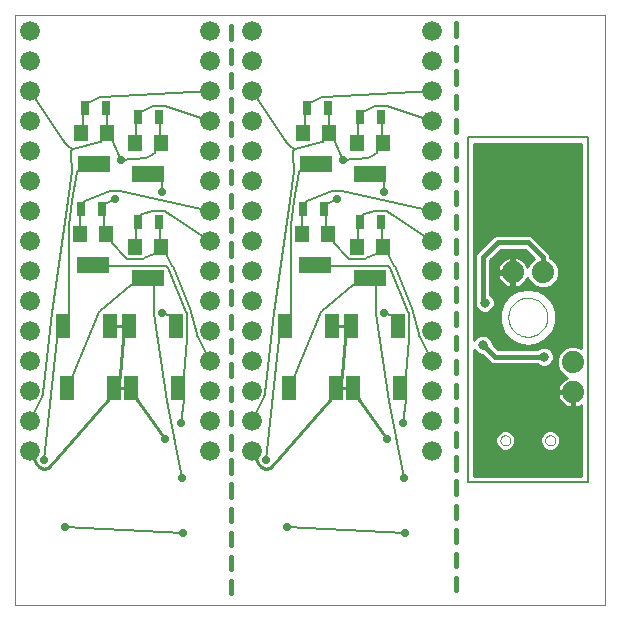
<source format=gbl>
G75*
%MOIN*%
%OFA0B0*%
%FSLAX24Y24*%
%IPPOS*%
%LPD*%
%AMOC8*
5,1,8,0,0,1.08239X$1,22.5*
%
%ADD10C,0.0000*%
%ADD11C,0.0160*%
%ADD12C,0.0080*%
%ADD13R,0.1102X0.0551*%
%ADD14R,0.0472X0.0551*%
%ADD15R,0.0500X0.0827*%
%ADD16C,0.0660*%
%ADD17R,0.0315X0.0472*%
%ADD18C,0.0000*%
%ADD19C,0.0740*%
%ADD20C,0.0277*%
%ADD21C,0.0100*%
%ADD22C,0.0320*%
D10*
X030992Y033994D02*
X030992Y053680D01*
X050677Y053680D01*
X050677Y033994D01*
X030992Y033994D01*
D11*
X038192Y034394D02*
X038192Y034805D01*
X038192Y035198D02*
X038192Y035609D01*
X038192Y036002D02*
X038192Y036413D01*
X038192Y036806D02*
X038192Y037216D01*
X038192Y037610D02*
X038192Y038020D01*
X038192Y038414D02*
X038192Y038824D01*
X038192Y039218D02*
X038192Y039628D01*
X038192Y040022D02*
X038192Y040432D01*
X038192Y040826D02*
X038192Y041236D01*
X038192Y041630D02*
X038192Y042040D01*
X038192Y042434D02*
X038192Y042844D01*
X038192Y043237D02*
X038192Y043648D01*
X038192Y044041D02*
X038192Y044452D01*
X038192Y044845D02*
X038192Y045255D01*
X038192Y045649D02*
X038192Y046059D01*
X038192Y046453D02*
X038192Y046863D01*
X038192Y047257D02*
X038192Y047667D01*
X038192Y048061D02*
X038192Y048471D01*
X038192Y048865D02*
X038192Y049275D01*
X038192Y049669D02*
X038192Y050079D01*
X038192Y050473D02*
X038192Y050883D01*
X038192Y051276D02*
X038192Y051687D01*
X038192Y052080D02*
X038192Y052491D01*
X038192Y052884D02*
X038192Y053294D01*
X045692Y053394D02*
X045692Y052984D01*
X045692Y052591D02*
X045692Y052180D01*
X045692Y051787D02*
X045692Y051376D01*
X045692Y050983D02*
X045692Y050573D01*
X045692Y050179D02*
X045692Y049769D01*
X045692Y049375D02*
X045692Y048965D01*
X045692Y048571D02*
X045692Y048161D01*
X045692Y047767D02*
X045692Y047357D01*
X045692Y046963D02*
X045692Y046553D01*
X045692Y046159D02*
X045692Y045749D01*
X045692Y045355D02*
X045692Y044945D01*
X045692Y044552D02*
X045692Y044141D01*
X045692Y043748D02*
X045692Y043337D01*
X045692Y042944D02*
X045692Y042534D01*
X045692Y042140D02*
X045692Y041730D01*
X045692Y041336D02*
X045692Y040926D01*
X045692Y040532D02*
X045692Y040122D01*
X045692Y039728D02*
X045692Y039318D01*
X045692Y038924D02*
X045692Y038514D01*
X045692Y038120D02*
X045692Y037710D01*
X045692Y037316D02*
X045692Y036906D01*
X045692Y036513D02*
X045692Y036102D01*
X045692Y035709D02*
X045692Y035298D01*
X045692Y034905D02*
X045692Y034494D01*
X046986Y042273D02*
X046587Y042672D01*
X046986Y042273D02*
X048631Y042273D01*
X048592Y045094D02*
X048592Y045594D01*
X048092Y046094D01*
X047092Y046094D01*
X046592Y045594D01*
X046592Y044134D01*
X046653Y044073D01*
D12*
X044454Y043022D02*
X044464Y042988D01*
X044476Y042955D01*
X044490Y042923D01*
X044892Y042126D01*
X044454Y043021D02*
X044276Y043773D01*
X044262Y043815D02*
X043653Y045296D01*
X043643Y045317D02*
X043476Y045644D01*
X043471Y045662D02*
X043471Y045702D01*
X043275Y045937D01*
X043079Y045702D01*
X043039Y045702D01*
X043023Y045698D02*
X042694Y045552D01*
X042645Y045542D02*
X042173Y045542D01*
X042085Y045580D02*
X041632Y046066D01*
X041621Y046093D02*
X041621Y046133D01*
X041425Y046369D01*
X041361Y046604D01*
X041361Y047005D01*
X041296Y047201D01*
X041414Y047397D01*
X041454Y047397D01*
X041480Y047406D02*
X041744Y047544D01*
X041897Y047796D02*
X044892Y047126D01*
X044892Y046126D02*
X043421Y047112D01*
X043354Y047132D02*
X043039Y047132D01*
X043014Y047129D02*
X042637Y047051D01*
X042627Y047048D01*
X042618Y047041D01*
X042611Y047033D01*
X042606Y047023D01*
X042605Y047012D01*
X042605Y046972D01*
X042488Y046776D01*
X042448Y046579D01*
X042448Y046539D01*
X042448Y046213D01*
X042448Y046173D01*
X042409Y045937D01*
X042173Y045542D02*
X042153Y045544D01*
X042134Y045548D01*
X042116Y045556D01*
X042100Y045567D01*
X042085Y045580D01*
X042645Y045542D02*
X042662Y045543D01*
X042678Y045547D01*
X042694Y045552D01*
X043023Y045699D02*
X043031Y045701D01*
X043039Y045702D01*
X043275Y045937D02*
X043236Y046173D01*
X043236Y046579D01*
X043196Y046776D01*
X043039Y047132D02*
X043027Y047131D01*
X043015Y047129D01*
X043354Y047132D02*
X043372Y047131D01*
X043389Y047127D01*
X043405Y047120D01*
X043421Y047112D01*
X043289Y047759D02*
X043289Y048128D01*
X042842Y048364D01*
X042768Y048894D02*
X042970Y048994D01*
X043047Y049073D01*
X043057Y049076D01*
X043066Y049083D01*
X043073Y049091D01*
X043078Y049101D01*
X043079Y049112D01*
X043079Y049152D01*
X043275Y049387D01*
X043236Y049623D01*
X043236Y050079D01*
X043196Y050276D01*
X043039Y050632D02*
X043022Y050631D01*
X043006Y050627D01*
X042990Y050622D01*
X042662Y050475D01*
X042645Y050472D02*
X042605Y050472D01*
X042488Y050276D01*
X042448Y050079D01*
X042448Y050039D01*
X042448Y049663D01*
X042448Y049623D01*
X042409Y049387D01*
X042768Y048894D02*
X041934Y048843D01*
X041681Y049436D01*
X041671Y049462D02*
X041671Y049502D01*
X041475Y049737D01*
X041461Y049973D01*
X041461Y050379D01*
X041446Y050576D01*
X040187Y049277D02*
X040131Y049331D01*
X040079Y049386D01*
X040079Y049387D02*
X038892Y051126D01*
X037492Y051126D02*
X033883Y050932D01*
X033840Y050922D02*
X033512Y050775D01*
X033495Y050772D02*
X033455Y050772D01*
X033338Y050576D01*
X033273Y050379D01*
X033273Y050339D01*
X033273Y050013D01*
X033273Y049973D01*
X033209Y049737D01*
X032943Y049218D02*
X032877Y049129D01*
X032943Y049218D02*
X033849Y049423D01*
X033859Y049427D01*
X033867Y049434D01*
X033874Y049442D01*
X033878Y049452D01*
X033879Y049462D01*
X033879Y049502D01*
X034075Y049737D01*
X034061Y049973D01*
X034061Y050379D01*
X034046Y050576D01*
X032787Y049277D02*
X032731Y049331D01*
X032679Y049386D01*
X032679Y049387D02*
X031492Y051126D01*
X032787Y049278D02*
X032943Y049218D01*
X032872Y049007D02*
X032893Y048467D01*
X032893Y048466D01*
X032753Y047476D01*
X032753Y047476D01*
X032231Y043724D01*
X032231Y043721D01*
X031940Y041076D01*
X031894Y040923D02*
X031492Y040126D01*
X031894Y040923D02*
X031910Y040960D01*
X031923Y040998D01*
X031933Y041037D01*
X031939Y041077D01*
X032731Y041244D02*
X032941Y041618D01*
X032941Y041658D01*
X032944Y041673D02*
X033798Y043754D01*
X033832Y043800D02*
X034865Y044669D01*
X034891Y044678D02*
X034931Y044678D01*
X035442Y044914D01*
X035628Y044678D01*
X035628Y044638D01*
X035628Y043729D01*
X035631Y043691D02*
X036065Y040813D01*
X036066Y040808D02*
X036563Y038234D01*
X036595Y036387D02*
X032671Y036596D01*
X031982Y038844D02*
X032390Y042877D01*
X032390Y042881D02*
X032390Y042921D01*
X032600Y043294D01*
X032803Y043668D01*
X032803Y046644D01*
X032804Y046661D02*
X032911Y047453D01*
X032911Y047454D01*
X033051Y048444D01*
X033055Y048455D01*
X033061Y048464D01*
X033069Y048472D01*
X033080Y048476D01*
X033091Y048478D01*
X033131Y048478D01*
X033642Y048714D01*
X032873Y049007D02*
X032872Y049047D01*
X032874Y049088D01*
X032878Y049129D01*
X033495Y050772D02*
X033503Y050773D01*
X033511Y050775D01*
X033840Y050922D02*
X033854Y050927D01*
X033868Y050930D01*
X033883Y050932D01*
X034075Y049737D02*
X034271Y049502D01*
X034271Y049462D01*
X034281Y049436D02*
X034534Y048843D01*
X035368Y048894D01*
X035570Y048994D01*
X035647Y049073D01*
X035657Y049076D01*
X035666Y049083D01*
X035673Y049091D01*
X035678Y049101D01*
X035679Y049112D01*
X035679Y049152D01*
X035875Y049387D01*
X035836Y049623D01*
X035836Y050079D01*
X035796Y050276D01*
X035639Y050632D02*
X035622Y050631D01*
X035606Y050627D01*
X035590Y050622D01*
X035262Y050475D01*
X035245Y050472D02*
X035205Y050472D01*
X035088Y050276D01*
X035048Y050079D01*
X035048Y050039D01*
X035048Y049663D01*
X035048Y049623D01*
X035009Y049387D01*
X034280Y049436D02*
X034275Y049444D01*
X034272Y049453D01*
X034271Y049462D01*
X034497Y047796D02*
X037492Y047126D01*
X037492Y046126D02*
X036021Y047112D01*
X035954Y047132D02*
X035639Y047132D01*
X035614Y047129D02*
X035237Y047051D01*
X035227Y047048D01*
X035218Y047041D01*
X035211Y047033D01*
X035206Y047023D01*
X035205Y047012D01*
X035205Y046972D01*
X035088Y046776D01*
X035048Y046579D01*
X035048Y046539D01*
X035048Y046213D01*
X035048Y046173D01*
X035009Y045937D01*
X034773Y045542D02*
X034753Y045544D01*
X034734Y045548D01*
X034716Y045556D01*
X034700Y045567D01*
X034685Y045580D01*
X034232Y046066D01*
X034221Y046093D02*
X034221Y046133D01*
X034025Y046369D01*
X033961Y046604D01*
X033961Y047005D01*
X033896Y047201D01*
X034014Y047397D01*
X034054Y047397D01*
X034080Y047406D02*
X034344Y047544D01*
X034152Y047785D02*
X033331Y047474D01*
X033320Y047468D01*
X033312Y047460D01*
X033307Y047449D01*
X033305Y047437D01*
X033305Y047397D01*
X033188Y047201D01*
X033173Y047005D01*
X033173Y046604D01*
X033159Y046369D01*
X032803Y046644D02*
X032804Y046660D01*
X033592Y045345D02*
X034103Y045310D01*
X035993Y045310D01*
X036242Y045317D02*
X036252Y045296D01*
X036253Y045296D02*
X036862Y043815D01*
X036876Y043773D02*
X037054Y043021D01*
X037090Y042923D02*
X037492Y042126D01*
X036644Y041660D02*
X036723Y042873D01*
X036723Y042881D02*
X036723Y043708D01*
X036714Y043754D02*
X036104Y045235D01*
X036095Y045253D01*
X036083Y045269D01*
X036068Y045283D01*
X036051Y045294D01*
X036033Y045302D01*
X036013Y045307D01*
X035993Y045309D01*
X036243Y045317D02*
X036076Y045644D01*
X036071Y045662D02*
X036071Y045702D01*
X035875Y045937D01*
X035679Y045702D01*
X035639Y045702D01*
X035623Y045698D02*
X035294Y045552D01*
X035245Y045542D02*
X034773Y045542D01*
X035245Y045542D02*
X035262Y045543D01*
X035278Y045547D01*
X035294Y045552D01*
X035623Y045699D02*
X035631Y045701D01*
X035639Y045702D01*
X035875Y045937D02*
X035836Y046173D01*
X035836Y046579D01*
X035796Y046776D01*
X035639Y047132D02*
X035627Y047131D01*
X035615Y047129D01*
X035954Y047132D02*
X035972Y047131D01*
X035989Y047127D01*
X036005Y047120D01*
X036021Y047112D01*
X035889Y047759D02*
X035889Y048128D01*
X035442Y048364D01*
X034497Y047797D02*
X034454Y047806D01*
X034411Y047812D01*
X034368Y047816D01*
X034324Y047816D01*
X034281Y047813D01*
X034237Y047807D01*
X034195Y047798D01*
X034153Y047785D01*
X034080Y047406D02*
X034072Y047401D01*
X034063Y047398D01*
X034054Y047397D01*
X034221Y046093D02*
X034222Y046083D01*
X034226Y046074D01*
X034232Y046066D01*
X034865Y044669D02*
X034873Y044674D01*
X034882Y044677D01*
X034891Y044678D01*
X035886Y043729D02*
X036092Y043669D01*
X036103Y043668D02*
X036143Y043668D01*
X036353Y043294D01*
X036723Y042881D02*
X036723Y042873D01*
X037054Y043022D02*
X037064Y042988D01*
X037076Y042955D01*
X037090Y042923D01*
X036875Y043773D02*
X036869Y043794D01*
X036862Y043815D01*
X036714Y043754D02*
X036719Y043739D01*
X036722Y043724D01*
X036723Y043708D01*
X036103Y043668D02*
X036092Y043670D01*
X035631Y043691D02*
X035629Y043710D01*
X035628Y043729D01*
X036075Y045644D02*
X036072Y045653D01*
X036071Y045662D01*
X036644Y041660D02*
X036644Y041658D01*
X036644Y041618D01*
X036434Y041244D01*
X036644Y040871D01*
X036644Y040831D01*
X036645Y040823D02*
X036540Y040059D01*
X036645Y040823D02*
X036644Y040831D01*
X036066Y040808D02*
X036065Y040813D01*
X039294Y040923D02*
X039310Y040960D01*
X039323Y040998D01*
X039333Y041037D01*
X039339Y041077D01*
X039340Y041076D02*
X039631Y043721D01*
X039631Y043724D01*
X040153Y047476D01*
X040293Y048466D01*
X040293Y048467D01*
X040272Y049007D01*
X040277Y049129D02*
X040343Y049218D01*
X041249Y049423D01*
X041259Y049427D01*
X041267Y049434D01*
X041274Y049442D01*
X041278Y049452D01*
X041279Y049462D01*
X041279Y049502D01*
X041475Y049737D01*
X041671Y049462D02*
X041672Y049453D01*
X041675Y049444D01*
X041680Y049436D01*
X041283Y050932D02*
X041268Y050930D01*
X041254Y050927D01*
X041240Y050922D01*
X040912Y050775D01*
X040895Y050772D02*
X040855Y050772D01*
X040738Y050576D01*
X040673Y050379D01*
X040673Y050339D01*
X040673Y050013D01*
X040673Y049973D01*
X040609Y049737D01*
X040343Y049218D02*
X040187Y049278D01*
X040278Y049129D02*
X040274Y049088D01*
X040272Y049047D01*
X040273Y049007D01*
X040491Y048478D02*
X040531Y048478D01*
X041042Y048714D01*
X040491Y048478D02*
X040480Y048476D01*
X040469Y048472D01*
X040461Y048464D01*
X040455Y048455D01*
X040451Y048444D01*
X040311Y047454D01*
X040311Y047453D01*
X040204Y046661D01*
X040203Y046644D02*
X040203Y043668D01*
X040000Y043294D01*
X039790Y042921D01*
X039790Y042881D01*
X039790Y042877D02*
X039382Y038844D01*
X038892Y040126D02*
X039294Y040923D01*
X040131Y041244D02*
X040341Y041618D01*
X040341Y041658D01*
X040344Y041673D02*
X041198Y043754D01*
X041232Y043800D02*
X042265Y044669D01*
X042291Y044678D02*
X042331Y044678D01*
X042842Y044914D01*
X043028Y044678D01*
X043028Y044638D01*
X043028Y043729D01*
X043031Y043691D02*
X043465Y040813D01*
X043466Y040808D02*
X043963Y038234D01*
X043995Y036387D02*
X040071Y036596D01*
X040342Y041658D02*
X040343Y041666D01*
X040345Y041673D01*
X039790Y042877D02*
X039790Y042881D01*
X040992Y045345D02*
X041503Y045310D01*
X043393Y045310D01*
X043642Y045317D02*
X043652Y045296D01*
X043504Y045235D02*
X044114Y043754D01*
X044123Y043708D02*
X044123Y042881D01*
X044123Y042873D02*
X044044Y041660D01*
X044044Y041658D01*
X044044Y041618D01*
X043834Y041244D01*
X044044Y040871D01*
X044044Y040831D01*
X044045Y040823D02*
X043940Y040059D01*
X044045Y040823D02*
X044044Y040831D01*
X043466Y040808D02*
X043465Y040813D01*
X044123Y042873D02*
X044123Y042881D01*
X043753Y043294D02*
X043543Y043668D01*
X043503Y043668D01*
X043492Y043669D02*
X043286Y043729D01*
X043031Y043691D02*
X043029Y043710D01*
X043028Y043729D01*
X043492Y043670D02*
X043503Y043668D01*
X044114Y043754D02*
X044119Y043739D01*
X044122Y043724D01*
X044123Y043708D01*
X044275Y043773D02*
X044269Y043794D01*
X044262Y043815D01*
X043504Y045235D02*
X043495Y045253D01*
X043483Y045269D01*
X043468Y045283D01*
X043451Y045294D01*
X043433Y045302D01*
X043413Y045307D01*
X043393Y045309D01*
X043475Y045644D02*
X043472Y045653D01*
X043471Y045662D01*
X042291Y044678D02*
X042282Y044677D01*
X042273Y044674D01*
X042265Y044669D01*
X041632Y046066D02*
X041626Y046074D01*
X041622Y046083D01*
X041621Y046093D01*
X041553Y047785D02*
X041595Y047798D01*
X041637Y047807D01*
X041681Y047813D01*
X041724Y047816D01*
X041768Y047816D01*
X041811Y047812D01*
X041854Y047806D01*
X041897Y047797D01*
X041552Y047785D02*
X040731Y047474D01*
X040720Y047468D01*
X040712Y047460D01*
X040707Y047449D01*
X040705Y047437D01*
X040705Y047397D01*
X040588Y047201D01*
X040573Y047005D01*
X040573Y046604D01*
X040559Y046369D01*
X040203Y046644D02*
X040204Y046660D01*
X040153Y047476D02*
X040153Y047476D01*
X041454Y047397D02*
X041463Y047398D01*
X041472Y047401D01*
X041480Y047406D01*
X042645Y050472D02*
X042653Y050473D01*
X042661Y050475D01*
X043039Y050632D02*
X043354Y050632D01*
X043392Y050626D02*
X044892Y050126D01*
X044892Y051126D02*
X041283Y050932D01*
X040911Y050775D02*
X040903Y050773D01*
X040895Y050772D01*
X043354Y050632D02*
X043373Y050630D01*
X043392Y050626D01*
X046092Y049594D02*
X046092Y038094D01*
X050092Y038094D01*
X050092Y049594D01*
X046092Y049594D01*
X041232Y043800D02*
X041218Y043786D01*
X041207Y043771D01*
X041198Y043754D01*
X037492Y050126D02*
X035992Y050626D01*
X035954Y050632D02*
X035639Y050632D01*
X035954Y050632D02*
X035973Y050630D01*
X035992Y050626D01*
X035261Y050475D02*
X035253Y050473D01*
X035245Y050472D01*
X033832Y043800D02*
X033818Y043786D01*
X033807Y043771D01*
X033798Y043754D01*
X032945Y041673D02*
X032943Y041666D01*
X032942Y041658D01*
X032390Y042877D02*
X032390Y042881D01*
D13*
X033592Y045345D03*
X035442Y044914D03*
X035442Y048364D03*
X033642Y048714D03*
X041042Y048714D03*
X040992Y045345D03*
X042842Y044914D03*
X042842Y048364D03*
D14*
X042409Y049387D03*
X043275Y049387D03*
X043275Y045937D03*
X042409Y045937D03*
X041425Y046369D03*
X040559Y046369D03*
X040609Y049737D03*
X041475Y049737D03*
X035875Y049387D03*
X035009Y049387D03*
X034075Y049737D03*
X033209Y049737D03*
X033159Y046369D03*
X034025Y046369D03*
X035009Y045937D03*
X035875Y045937D03*
D15*
X036353Y043294D03*
X036434Y041244D03*
X034875Y041244D03*
X034291Y041244D03*
X034159Y043294D03*
X034794Y043294D03*
X032600Y043294D03*
X032731Y041244D03*
X040000Y043294D03*
X040131Y041244D03*
X041559Y043294D03*
X042194Y043294D03*
X042275Y041244D03*
X041691Y041244D03*
X043834Y041244D03*
X043753Y043294D03*
D16*
X044892Y043126D03*
X044892Y044126D03*
X044892Y045126D03*
X044892Y046126D03*
X044892Y047126D03*
X044892Y048126D03*
X044892Y049126D03*
X044892Y050126D03*
X044892Y051126D03*
X044892Y052126D03*
X044892Y053126D03*
X044892Y042126D03*
X044892Y041126D03*
X044892Y040126D03*
X044892Y039126D03*
X038892Y039126D03*
X038892Y040126D03*
X038892Y041126D03*
X038892Y042126D03*
X038892Y043126D03*
X038892Y044126D03*
X038892Y045126D03*
X038892Y046126D03*
X038892Y047126D03*
X038892Y048126D03*
X038892Y049126D03*
X038892Y050126D03*
X038892Y051126D03*
X038892Y052126D03*
X038892Y053126D03*
X037492Y053126D03*
X037492Y052126D03*
X037492Y051126D03*
X037492Y050126D03*
X037492Y049126D03*
X037492Y048126D03*
X037492Y047126D03*
X037492Y046126D03*
X037492Y045126D03*
X037492Y044126D03*
X037492Y043126D03*
X037492Y042126D03*
X037492Y041126D03*
X037492Y040126D03*
X037492Y039126D03*
X031492Y039126D03*
X031492Y040126D03*
X031492Y041126D03*
X031492Y042126D03*
X031492Y043126D03*
X031492Y044126D03*
X031492Y045126D03*
X031492Y046126D03*
X031492Y047126D03*
X031492Y048126D03*
X031492Y049126D03*
X031492Y050126D03*
X031492Y051126D03*
X031492Y052126D03*
X031492Y053126D03*
D17*
X033338Y050576D03*
X034046Y050576D03*
X035088Y050276D03*
X035796Y050276D03*
X035796Y046776D03*
X035088Y046776D03*
X033896Y047201D03*
X033188Y047201D03*
X040588Y047201D03*
X041296Y047201D03*
X042488Y046776D03*
X043196Y046776D03*
X043196Y050276D03*
X042488Y050276D03*
X041446Y050576D03*
X040738Y050576D03*
D18*
X047177Y039489D02*
X047179Y039514D01*
X047185Y039539D01*
X047194Y039563D01*
X047207Y039585D01*
X047224Y039605D01*
X047243Y039622D01*
X047264Y039636D01*
X047288Y039646D01*
X047312Y039653D01*
X047338Y039656D01*
X047363Y039655D01*
X047388Y039650D01*
X047412Y039641D01*
X047435Y039629D01*
X047455Y039614D01*
X047473Y039595D01*
X047488Y039574D01*
X047499Y039551D01*
X047507Y039527D01*
X047511Y039502D01*
X047511Y039476D01*
X047507Y039451D01*
X047499Y039427D01*
X047488Y039404D01*
X047473Y039383D01*
X047455Y039364D01*
X047435Y039349D01*
X047412Y039337D01*
X047388Y039328D01*
X047363Y039323D01*
X047338Y039322D01*
X047312Y039325D01*
X047288Y039332D01*
X047264Y039342D01*
X047243Y039356D01*
X047224Y039373D01*
X047207Y039393D01*
X047194Y039415D01*
X047185Y039439D01*
X047179Y039464D01*
X047177Y039489D01*
X047442Y043594D02*
X047444Y043644D01*
X047450Y043694D01*
X047460Y043744D01*
X047473Y043792D01*
X047490Y043840D01*
X047511Y043886D01*
X047535Y043930D01*
X047563Y043972D01*
X047594Y044012D01*
X047628Y044049D01*
X047665Y044084D01*
X047704Y044115D01*
X047745Y044144D01*
X047789Y044169D01*
X047835Y044191D01*
X047882Y044209D01*
X047930Y044223D01*
X047979Y044234D01*
X048029Y044241D01*
X048079Y044244D01*
X048130Y044243D01*
X048180Y044238D01*
X048230Y044229D01*
X048278Y044217D01*
X048326Y044200D01*
X048372Y044180D01*
X048417Y044157D01*
X048460Y044130D01*
X048500Y044100D01*
X048538Y044067D01*
X048573Y044031D01*
X048606Y043992D01*
X048635Y043951D01*
X048661Y043908D01*
X048684Y043863D01*
X048703Y043816D01*
X048718Y043768D01*
X048730Y043719D01*
X048738Y043669D01*
X048742Y043619D01*
X048742Y043569D01*
X048738Y043519D01*
X048730Y043469D01*
X048718Y043420D01*
X048703Y043372D01*
X048684Y043325D01*
X048661Y043280D01*
X048635Y043237D01*
X048606Y043196D01*
X048573Y043157D01*
X048538Y043121D01*
X048500Y043088D01*
X048460Y043058D01*
X048417Y043031D01*
X048372Y043008D01*
X048326Y042988D01*
X048278Y042971D01*
X048230Y042959D01*
X048180Y042950D01*
X048130Y042945D01*
X048079Y042944D01*
X048029Y042947D01*
X047979Y042954D01*
X047930Y042965D01*
X047882Y042979D01*
X047835Y042997D01*
X047789Y043019D01*
X047745Y043044D01*
X047704Y043073D01*
X047665Y043104D01*
X047628Y043139D01*
X047594Y043176D01*
X047563Y043216D01*
X047535Y043258D01*
X047511Y043302D01*
X047490Y043348D01*
X047473Y043396D01*
X047460Y043444D01*
X047450Y043494D01*
X047444Y043544D01*
X047442Y043594D01*
X048673Y039489D02*
X048675Y039514D01*
X048681Y039539D01*
X048690Y039563D01*
X048703Y039585D01*
X048720Y039605D01*
X048739Y039622D01*
X048760Y039636D01*
X048784Y039646D01*
X048808Y039653D01*
X048834Y039656D01*
X048859Y039655D01*
X048884Y039650D01*
X048908Y039641D01*
X048931Y039629D01*
X048951Y039614D01*
X048969Y039595D01*
X048984Y039574D01*
X048995Y039551D01*
X049003Y039527D01*
X049007Y039502D01*
X049007Y039476D01*
X049003Y039451D01*
X048995Y039427D01*
X048984Y039404D01*
X048969Y039383D01*
X048951Y039364D01*
X048931Y039349D01*
X048908Y039337D01*
X048884Y039328D01*
X048859Y039323D01*
X048834Y039322D01*
X048808Y039325D01*
X048784Y039332D01*
X048760Y039342D01*
X048739Y039356D01*
X048720Y039373D01*
X048703Y039393D01*
X048690Y039415D01*
X048681Y039439D01*
X048675Y039464D01*
X048673Y039489D01*
D19*
X049592Y041094D03*
X049592Y042094D03*
X048592Y045094D03*
X047592Y045094D03*
D20*
X043940Y040059D03*
X043390Y039526D03*
X043963Y038234D03*
X043995Y036387D03*
X043286Y043729D03*
X043289Y047759D03*
X041744Y047544D03*
X041934Y048843D03*
X039382Y038844D03*
X040071Y036596D03*
X036595Y036387D03*
X036563Y038234D03*
X035990Y039526D03*
X036540Y040059D03*
X035886Y043729D03*
X035889Y047759D03*
X034534Y048843D03*
X034344Y047544D03*
X031982Y038844D03*
X032671Y036596D03*
D21*
X032172Y038635D02*
X034078Y040798D01*
X034091Y040831D02*
X034091Y040881D01*
X034291Y041244D01*
X034875Y041244D01*
X035075Y040881D01*
X035075Y040831D01*
X035084Y040802D02*
X035990Y039526D01*
X035084Y040802D02*
X035079Y040811D01*
X035076Y040821D01*
X035075Y040831D01*
X034491Y041658D02*
X034491Y041662D01*
X034594Y042877D01*
X034594Y042881D02*
X034594Y042931D01*
X034794Y043294D01*
X034159Y043294D01*
X034594Y042881D02*
X034594Y042877D01*
X034491Y041658D02*
X034491Y041608D01*
X034291Y041244D01*
X034091Y040831D02*
X034090Y040819D01*
X034085Y040808D01*
X034078Y040798D01*
X032171Y038635D02*
X032149Y038613D01*
X032124Y038593D01*
X032097Y038577D01*
X032068Y038564D01*
X032038Y038554D01*
X032007Y038548D01*
X031975Y038546D01*
X031944Y038547D01*
X031913Y038553D01*
X031882Y038561D01*
X031853Y038574D01*
X031826Y038589D01*
X031800Y038608D01*
X031777Y038630D01*
X031757Y038654D01*
X031740Y038681D01*
X031492Y039126D01*
X038892Y039126D02*
X039140Y038681D01*
X039157Y038654D01*
X039177Y038630D01*
X039200Y038608D01*
X039226Y038589D01*
X039253Y038574D01*
X039282Y038561D01*
X039313Y038553D01*
X039344Y038547D01*
X039375Y038546D01*
X039407Y038548D01*
X039438Y038554D01*
X039468Y038564D01*
X039497Y038577D01*
X039524Y038593D01*
X039549Y038613D01*
X039571Y038635D01*
X039572Y038635D02*
X041478Y040798D01*
X041491Y040831D02*
X041491Y040881D01*
X041691Y041244D01*
X042275Y041244D01*
X042475Y040881D01*
X042475Y040831D01*
X042484Y040802D02*
X043390Y039526D01*
X042484Y040802D02*
X042479Y040811D01*
X042476Y040821D01*
X042475Y040831D01*
X041691Y041244D02*
X041891Y041608D01*
X041891Y041658D01*
X041891Y041662D02*
X041994Y042877D01*
X041994Y042881D02*
X041994Y042931D01*
X042194Y043294D01*
X041559Y043294D01*
X041994Y042881D02*
X041994Y042877D01*
X041891Y041662D02*
X041891Y041658D01*
X041491Y040831D02*
X041490Y040819D01*
X041485Y040808D01*
X041478Y040798D01*
X046302Y040791D02*
X049170Y040791D01*
X049147Y040822D02*
X049195Y040756D01*
X049253Y040698D01*
X049320Y040650D01*
X049393Y040613D01*
X049470Y040587D01*
X049551Y040574D01*
X049554Y040574D01*
X049554Y041056D01*
X049631Y041056D01*
X049631Y040574D01*
X049633Y040574D01*
X049714Y040587D01*
X049792Y040613D01*
X049865Y040650D01*
X049882Y040662D01*
X049882Y038304D01*
X046302Y038304D01*
X046302Y042498D01*
X046307Y042486D01*
X046400Y042393D01*
X046521Y042342D01*
X046564Y042342D01*
X046845Y042062D01*
X046936Y042023D01*
X048414Y042023D01*
X048444Y041994D01*
X048565Y041943D01*
X048697Y041943D01*
X048818Y041994D01*
X048911Y042087D01*
X048961Y042208D01*
X048961Y042339D01*
X048911Y042460D01*
X048818Y042553D01*
X048697Y042603D01*
X048565Y042603D01*
X048444Y042553D01*
X048414Y042523D01*
X047090Y042523D01*
X046917Y042696D01*
X046917Y042738D01*
X046867Y042859D01*
X046774Y042952D01*
X046653Y043002D01*
X046521Y043002D01*
X046400Y042952D01*
X046307Y042859D01*
X046302Y042847D01*
X046302Y049384D01*
X049882Y049384D01*
X049882Y042559D01*
X049700Y042634D01*
X049485Y042634D01*
X049286Y042552D01*
X049134Y042400D01*
X049052Y042202D01*
X049052Y041987D01*
X049134Y041789D01*
X049286Y041637D01*
X049415Y041584D01*
X049393Y041576D01*
X049320Y041539D01*
X049253Y041491D01*
X049195Y041433D01*
X049147Y041367D01*
X049110Y041294D01*
X049085Y041216D01*
X049072Y041135D01*
X049072Y041133D01*
X049554Y041133D01*
X049554Y041056D01*
X049072Y041056D01*
X049072Y041054D01*
X049085Y040973D01*
X049110Y040895D01*
X049147Y040822D01*
X049113Y040890D02*
X046302Y040890D01*
X046302Y040988D02*
X049083Y040988D01*
X049080Y041185D02*
X046302Y041185D01*
X046302Y041087D02*
X049554Y041087D01*
X049554Y040988D02*
X049631Y040988D01*
X049631Y040890D02*
X049554Y040890D01*
X049554Y040791D02*
X049631Y040791D01*
X049631Y040693D02*
X049554Y040693D01*
X049554Y040594D02*
X049631Y040594D01*
X049735Y040594D02*
X049882Y040594D01*
X049882Y040496D02*
X046302Y040496D01*
X046302Y040594D02*
X049450Y040594D01*
X049261Y040693D02*
X046302Y040693D01*
X046302Y040397D02*
X049882Y040397D01*
X049882Y040299D02*
X046302Y040299D01*
X046302Y040200D02*
X049882Y040200D01*
X049882Y040102D02*
X046302Y040102D01*
X046302Y040003D02*
X049882Y040003D01*
X049882Y039905D02*
X046302Y039905D01*
X046302Y039806D02*
X047229Y039806D01*
X047277Y039826D02*
X047153Y039775D01*
X047058Y039680D01*
X047007Y039556D01*
X047007Y039422D01*
X047058Y039298D01*
X047153Y039203D01*
X047277Y039151D01*
X047411Y039151D01*
X047535Y039203D01*
X047630Y039298D01*
X047681Y039422D01*
X047681Y039556D01*
X047630Y039680D01*
X047535Y039775D01*
X047411Y039826D01*
X047277Y039826D01*
X047459Y039806D02*
X048725Y039806D01*
X048773Y039826D02*
X048649Y039775D01*
X048554Y039680D01*
X048503Y039556D01*
X048503Y039422D01*
X048554Y039298D01*
X048649Y039203D01*
X048773Y039151D01*
X048907Y039151D01*
X049031Y039203D01*
X049126Y039298D01*
X049177Y039422D01*
X049177Y039556D01*
X049126Y039680D01*
X049031Y039775D01*
X048907Y039826D01*
X048773Y039826D01*
X048955Y039806D02*
X049882Y039806D01*
X049882Y039708D02*
X049098Y039708D01*
X049155Y039609D02*
X049882Y039609D01*
X049882Y039511D02*
X049177Y039511D01*
X049174Y039412D02*
X049882Y039412D01*
X049882Y039314D02*
X049133Y039314D01*
X049044Y039215D02*
X049882Y039215D01*
X049882Y039117D02*
X046302Y039117D01*
X046302Y039215D02*
X047141Y039215D01*
X047052Y039314D02*
X046302Y039314D01*
X046302Y039412D02*
X047011Y039412D01*
X047007Y039511D02*
X046302Y039511D01*
X046302Y039609D02*
X047029Y039609D01*
X047086Y039708D02*
X046302Y039708D01*
X046302Y039018D02*
X049882Y039018D01*
X049882Y038920D02*
X046302Y038920D01*
X046302Y038821D02*
X049882Y038821D01*
X049882Y038723D02*
X046302Y038723D01*
X046302Y038624D02*
X049882Y038624D01*
X049882Y038525D02*
X046302Y038525D01*
X046302Y038427D02*
X049882Y038427D01*
X049882Y038328D02*
X046302Y038328D01*
X047548Y039215D02*
X048637Y039215D01*
X048548Y039314D02*
X047637Y039314D01*
X047677Y039412D02*
X048507Y039412D01*
X048503Y039511D02*
X047681Y039511D01*
X047659Y039609D02*
X048525Y039609D01*
X048582Y039708D02*
X047602Y039708D01*
X046302Y041284D02*
X049107Y041284D01*
X049158Y041382D02*
X046302Y041382D01*
X046302Y041481D02*
X049243Y041481D01*
X049401Y041579D02*
X046302Y041579D01*
X046302Y041678D02*
X049245Y041678D01*
X049147Y041776D02*
X046302Y041776D01*
X046302Y041875D02*
X049099Y041875D01*
X049058Y041973D02*
X048768Y041973D01*
X048896Y042072D02*
X049052Y042072D01*
X049052Y042170D02*
X048945Y042170D01*
X048961Y042269D02*
X049080Y042269D01*
X049121Y042367D02*
X048950Y042367D01*
X048906Y042466D02*
X049199Y042466D01*
X049315Y042564D02*
X048792Y042564D01*
X048699Y042860D02*
X049882Y042860D01*
X049882Y042958D02*
X048785Y042958D01*
X048706Y042863D02*
X048919Y043117D01*
X048919Y043117D01*
X049032Y043429D01*
X049032Y043508D01*
X049032Y043760D01*
X048919Y044072D01*
X048706Y044326D01*
X048706Y044326D01*
X048706Y044326D01*
X048419Y044491D01*
X048092Y044549D01*
X047766Y044491D01*
X047479Y044326D01*
X047479Y044326D01*
X047266Y044072D01*
X047266Y044072D01*
X047152Y043760D01*
X047152Y043429D01*
X047266Y043117D01*
X047479Y042863D01*
X047766Y042698D01*
X048092Y042640D01*
X048092Y042640D01*
X048419Y042698D01*
X048706Y042863D01*
X048706Y042863D01*
X048528Y042761D02*
X049882Y042761D01*
X049882Y042663D02*
X048220Y042663D01*
X048419Y042698D02*
X048419Y042698D01*
X048470Y042564D02*
X047049Y042564D01*
X046951Y042663D02*
X047964Y042663D01*
X047766Y042698D02*
X047766Y042698D01*
X047656Y042761D02*
X046908Y042761D01*
X046867Y042860D02*
X047485Y042860D01*
X047479Y042863D02*
X047479Y042863D01*
X047479Y042863D01*
X047399Y042958D02*
X046760Y042958D01*
X046414Y042958D02*
X046302Y042958D01*
X046302Y042860D02*
X046307Y042860D01*
X046302Y043057D02*
X047316Y043057D01*
X047266Y043117D02*
X047266Y043117D01*
X047252Y043155D02*
X046302Y043155D01*
X046302Y043254D02*
X047216Y043254D01*
X047180Y043352D02*
X046302Y043352D01*
X046302Y043451D02*
X047152Y043451D01*
X047152Y043549D02*
X046302Y043549D01*
X046302Y043648D02*
X047152Y043648D01*
X047152Y043746D02*
X046725Y043746D01*
X046719Y043743D02*
X046840Y043794D01*
X046933Y043887D01*
X046983Y044008D01*
X046983Y044139D01*
X046933Y044260D01*
X046842Y044351D01*
X046842Y045491D01*
X047196Y045844D01*
X047989Y045844D01*
X048284Y045550D01*
X048134Y045400D01*
X048081Y045272D01*
X048074Y045294D01*
X048037Y045367D01*
X047989Y045433D01*
X047931Y045491D01*
X047865Y045539D01*
X047792Y045576D01*
X047714Y045602D01*
X047642Y045613D01*
X047642Y045144D01*
X047542Y045144D01*
X047542Y045044D01*
X047642Y045044D01*
X047642Y044576D01*
X047714Y044587D01*
X047792Y044613D01*
X047865Y044650D01*
X047931Y044698D01*
X047989Y044756D01*
X048037Y044822D01*
X048074Y044895D01*
X048081Y044917D01*
X048134Y044789D01*
X048286Y044637D01*
X048485Y044554D01*
X048700Y044554D01*
X048898Y044637D01*
X049050Y044789D01*
X049132Y044987D01*
X049132Y045202D01*
X049050Y045400D01*
X048898Y045552D01*
X048842Y045575D01*
X048842Y045644D01*
X048804Y045736D01*
X048734Y045806D01*
X048234Y046306D01*
X048142Y046344D01*
X047042Y046344D01*
X046951Y046306D01*
X046880Y046236D01*
X046380Y045736D01*
X046342Y045644D01*
X046342Y044185D01*
X046323Y044139D01*
X046323Y044008D01*
X046373Y043887D01*
X046466Y043794D01*
X046587Y043743D01*
X046719Y043743D01*
X046581Y043746D02*
X046302Y043746D01*
X046302Y043845D02*
X046415Y043845D01*
X046350Y043943D02*
X046302Y043943D01*
X046302Y044042D02*
X046323Y044042D01*
X046323Y044140D02*
X046302Y044140D01*
X046302Y044239D02*
X046342Y044239D01*
X046342Y044337D02*
X046302Y044337D01*
X046302Y044436D02*
X046342Y044436D01*
X046342Y044534D02*
X046302Y044534D01*
X046302Y044633D02*
X046342Y044633D01*
X046342Y044731D02*
X046302Y044731D01*
X046302Y044830D02*
X046342Y044830D01*
X046342Y044928D02*
X046302Y044928D01*
X046302Y045027D02*
X046342Y045027D01*
X046342Y045125D02*
X046302Y045125D01*
X046302Y045224D02*
X046342Y045224D01*
X046342Y045322D02*
X046302Y045322D01*
X046302Y045421D02*
X046342Y045421D01*
X046342Y045519D02*
X046302Y045519D01*
X046302Y045618D02*
X046342Y045618D01*
X046372Y045716D02*
X046302Y045716D01*
X046302Y045815D02*
X046459Y045815D01*
X046557Y045913D02*
X046302Y045913D01*
X046302Y046012D02*
X046656Y046012D01*
X046754Y046110D02*
X046302Y046110D01*
X046302Y046209D02*
X046853Y046209D01*
X046952Y046307D02*
X046302Y046307D01*
X046302Y046406D02*
X049882Y046406D01*
X049882Y046504D02*
X046302Y046504D01*
X046302Y046603D02*
X049882Y046603D01*
X049882Y046701D02*
X046302Y046701D01*
X046302Y046800D02*
X049882Y046800D01*
X049882Y046898D02*
X046302Y046898D01*
X046302Y046997D02*
X049882Y046997D01*
X049882Y047095D02*
X046302Y047095D01*
X046302Y047194D02*
X049882Y047194D01*
X049882Y047292D02*
X046302Y047292D01*
X046302Y047391D02*
X049882Y047391D01*
X049882Y047489D02*
X046302Y047489D01*
X046302Y047588D02*
X049882Y047588D01*
X049882Y047686D02*
X046302Y047686D01*
X046302Y047785D02*
X049882Y047785D01*
X049882Y047883D02*
X046302Y047883D01*
X046302Y047982D02*
X049882Y047982D01*
X049882Y048080D02*
X046302Y048080D01*
X046302Y048179D02*
X049882Y048179D01*
X049882Y048277D02*
X046302Y048277D01*
X046302Y048376D02*
X049882Y048376D01*
X049882Y048474D02*
X046302Y048474D01*
X046302Y048573D02*
X049882Y048573D01*
X049882Y048671D02*
X046302Y048671D01*
X046302Y048770D02*
X049882Y048770D01*
X049882Y048868D02*
X046302Y048868D01*
X046302Y048967D02*
X049882Y048967D01*
X049882Y049065D02*
X046302Y049065D01*
X046302Y049164D02*
X049882Y049164D01*
X049882Y049262D02*
X046302Y049262D01*
X046302Y049361D02*
X049882Y049361D01*
X049882Y046307D02*
X048232Y046307D01*
X048332Y046209D02*
X049882Y046209D01*
X049882Y046110D02*
X048430Y046110D01*
X048529Y046012D02*
X049882Y046012D01*
X049882Y045913D02*
X048627Y045913D01*
X048726Y045815D02*
X049882Y045815D01*
X049882Y045716D02*
X048812Y045716D01*
X048842Y045618D02*
X049882Y045618D01*
X049882Y045519D02*
X048931Y045519D01*
X049030Y045421D02*
X049882Y045421D01*
X049882Y045322D02*
X049082Y045322D01*
X049123Y045224D02*
X049882Y045224D01*
X049882Y045125D02*
X049132Y045125D01*
X049132Y045027D02*
X049882Y045027D01*
X049882Y044928D02*
X049108Y044928D01*
X049067Y044830D02*
X049882Y044830D01*
X049882Y044731D02*
X048992Y044731D01*
X048888Y044633D02*
X049882Y044633D01*
X049882Y044534D02*
X048177Y044534D01*
X048296Y044633D02*
X047831Y044633D01*
X047964Y044731D02*
X048192Y044731D01*
X048117Y044830D02*
X048041Y044830D01*
X048007Y044534D02*
X046842Y044534D01*
X046842Y044436D02*
X047669Y044436D01*
X047542Y044576D02*
X047542Y045044D01*
X047074Y045044D01*
X047085Y044973D01*
X047110Y044895D01*
X047147Y044822D01*
X047195Y044756D01*
X047253Y044698D01*
X047320Y044650D01*
X047393Y044613D01*
X047470Y044587D01*
X047542Y044576D01*
X047542Y044633D02*
X047642Y044633D01*
X047642Y044731D02*
X047542Y044731D01*
X047542Y044830D02*
X047642Y044830D01*
X047642Y044928D02*
X047542Y044928D01*
X047542Y045027D02*
X047642Y045027D01*
X047542Y045125D02*
X046842Y045125D01*
X046842Y045027D02*
X047076Y045027D01*
X047099Y044928D02*
X046842Y044928D01*
X046842Y044830D02*
X047144Y044830D01*
X047220Y044731D02*
X046842Y044731D01*
X046842Y044633D02*
X047353Y044633D01*
X047498Y044337D02*
X046856Y044337D01*
X046942Y044239D02*
X047405Y044239D01*
X047323Y044140D02*
X046983Y044140D01*
X046983Y044042D02*
X047255Y044042D01*
X047219Y043943D02*
X046956Y043943D01*
X046891Y043845D02*
X047183Y043845D01*
X047074Y045144D02*
X047542Y045144D01*
X047542Y045613D01*
X047470Y045602D01*
X047393Y045576D01*
X047320Y045539D01*
X047253Y045491D01*
X047195Y045433D01*
X047147Y045367D01*
X047110Y045294D01*
X047085Y045216D01*
X047074Y045144D01*
X047087Y045224D02*
X046842Y045224D01*
X046842Y045322D02*
X047124Y045322D01*
X047186Y045421D02*
X046842Y045421D01*
X046870Y045519D02*
X047292Y045519D01*
X047542Y045519D02*
X047642Y045519D01*
X047642Y045421D02*
X047542Y045421D01*
X047542Y045322D02*
X047642Y045322D01*
X047642Y045224D02*
X047542Y045224D01*
X047892Y045519D02*
X048253Y045519D01*
X048216Y045618D02*
X046969Y045618D01*
X047067Y045716D02*
X048117Y045716D01*
X048019Y045815D02*
X047166Y045815D01*
X047998Y045421D02*
X048154Y045421D01*
X048102Y045322D02*
X048060Y045322D01*
X048515Y044436D02*
X049882Y044436D01*
X049882Y044337D02*
X048686Y044337D01*
X048779Y044239D02*
X049882Y044239D01*
X049882Y044140D02*
X048861Y044140D01*
X048919Y044072D02*
X048919Y044072D01*
X048930Y044042D02*
X049882Y044042D01*
X049882Y043943D02*
X048966Y043943D01*
X049001Y043845D02*
X049882Y043845D01*
X049882Y043746D02*
X049032Y043746D01*
X049032Y043648D02*
X049882Y043648D01*
X049882Y043549D02*
X049032Y043549D01*
X049032Y043451D02*
X049882Y043451D01*
X049882Y043352D02*
X049004Y043352D01*
X048968Y043254D02*
X049882Y043254D01*
X049882Y043155D02*
X048932Y043155D01*
X048868Y043057D02*
X049882Y043057D01*
X049870Y042564D02*
X049882Y042564D01*
X048494Y041973D02*
X046302Y041973D01*
X046302Y042072D02*
X046835Y042072D01*
X046736Y042170D02*
X046302Y042170D01*
X046302Y042269D02*
X046638Y042269D01*
X046462Y042367D02*
X046302Y042367D01*
X046302Y042466D02*
X046327Y042466D01*
D22*
X046587Y042672D03*
X046653Y044073D03*
X048631Y042273D03*
X048280Y041127D03*
M02*

</source>
